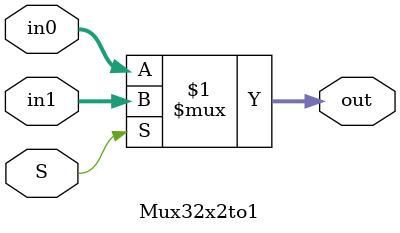
<source format=v>
module Mux32x2to1(
    input wire [31:0] in0, 
    input wire [31:0] in1,
    input wire S, 
    output wire [31:0] out
);
    assign out = (S) ? in1 : in0;
endmodule
</source>
